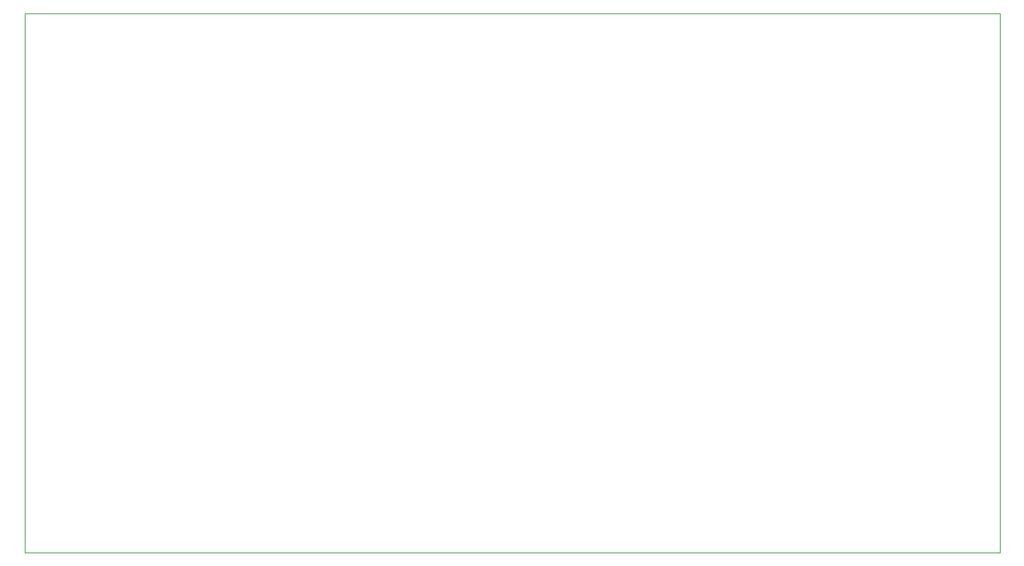
<source format=gbr>
%TF.GenerationSoftware,KiCad,Pcbnew,9.0.0*%
%TF.CreationDate,2025-04-12T21:06:23-04:00*%
%TF.ProjectId,phoenix_v1,70686f65-6e69-4785-9f76-312e6b696361,v2*%
%TF.SameCoordinates,Original*%
%TF.FileFunction,Profile,NP*%
%FSLAX46Y46*%
G04 Gerber Fmt 4.6, Leading zero omitted, Abs format (unit mm)*
G04 Created by KiCad (PCBNEW 9.0.0) date 2025-04-12 21:06:23*
%MOMM*%
%LPD*%
G01*
G04 APERTURE LIST*
%TA.AperFunction,Profile*%
%ADD10C,0.050000*%
%TD*%
G04 APERTURE END LIST*
D10*
X78500000Y-58500000D02*
X195000000Y-58500000D01*
X195000000Y-123000000D01*
X78500000Y-123000000D01*
X78500000Y-58500000D01*
M02*

</source>
